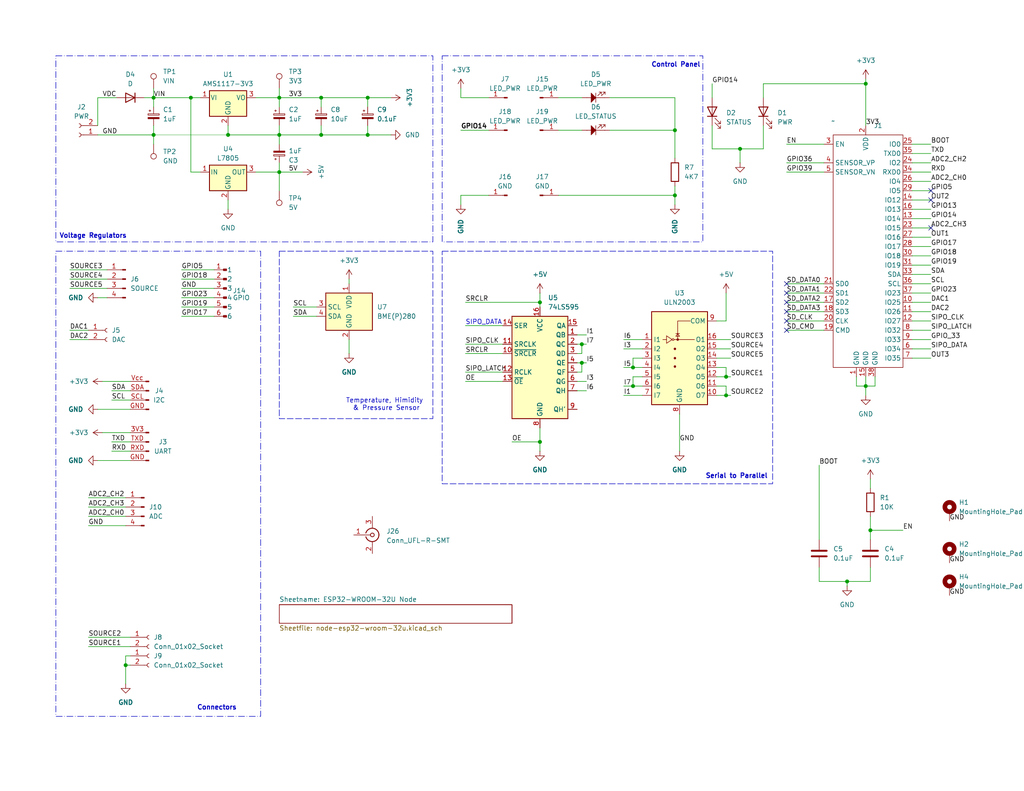
<source format=kicad_sch>
(kicad_sch (version 20231120) (generator "eeschema") (generator_version "8.0")
  (paper "USLetter")
  (title_block (title "ESP32 Sensor Node") (date "2024-07-03") (rev "v2.0") (comment 1 "ESP32-WROOM-32D Adapter"))
  (lib_symbols
    (symbol "+3V3_1" (power) (pin_numbers hide) (pin_names (offset 0) hide)
      (property "Value" "+3V3" (at 0 3.556 0))
      (symbol "+3V3_1_1_1"
        (pin power_in line (at 0 0 90) (length 0) (name "~") (number "1"))
      )
    )
    (symbol "+5V_1" (power) (pin_numbers hide) (pin_names (offset 0) hide)
      (property "Value" "+5V" (at 0 3.556 0))
      (symbol "+5V_1_1_1"
        (pin power_in line (at 0 0 90) (length 0) (name "~") (number "1"))
      )
    )
    (symbol "74xx:74LS595"
      (property "Reference" "U" (at -7.62 13.97 0))
      (property "Value" "74LS595" (at -7.62 -16.51 0))
      (symbol "74LS595_1_0"
        (pin tri_state line (at 10.16 7.62 180) (length 2.54) (name "QB") (number "1"))
        (pin input line (at -10.16 2.54 0) (length 2.54) (name "~{SRCLR}") (number "10"))
        (pin input line (at -10.16 5.08 0) (length 2.54) (name "SRCLK") (number "11"))
        (pin input line (at -10.16 -2.54 0) (length 2.54) (name "RCLK") (number "12"))
        (pin input line (at -10.16 -5.08 0) (length 2.54) (name "~{OE}") (number "13"))
        (pin input line (at -10.16 10.16 0) (length 2.54) (name "SER") (number "14"))
        (pin tri_state line (at 10.16 10.16 180) (length 2.54) (name "QA") (number "15"))
        (pin power_in line (at 0 15.24 270) (length 2.54) (name "VCC") (number "16"))
        (pin tri_state line (at 10.16 5.08 180) (length 2.54) (name "QC") (number "2"))
        (pin tri_state line (at 10.16 2.54 180) (length 2.54) (name "QD") (number "3"))
        (pin tri_state line (at 10.16 0 180) (length 2.54) (name "QE") (number "4"))
        (pin tri_state line (at 10.16 -2.54 180) (length 2.54) (name "QF") (number "5"))
        (pin tri_state line (at 10.16 -5.08 180) (length 2.54) (name "QG") (number "6"))
        (pin tri_state line (at 10.16 -7.62 180) (length 2.54) (name "QH") (number "7"))
        (pin power_in line (at 0 -17.78 90) (length 2.54) (name "GND") (number "8"))
        (pin output line (at 10.16 -12.7 180) (length 2.54) (name "QH'") (number "9"))
      )
    )
    (symbol "Alexander Symbol Library 2:Conn_UFL-R-SMT" (pin_names (offset 1.016) hide)
      (property "Reference" "J" (at -3.81 4.064 0))
      (property "Value" "Conn_UFL-R-SMT" (at 2.921 0 90))
      (symbol "Conn_UFL-R-SMT_1_1"
        (pin passive line (at -5.08 0 0) (length 2.54) (name "SIGNAL") (number "1"))
        (pin passive line (at 0 -5.08 90) (length 2.54) (name "GND") (number "2"))
        (pin passive line (at 0 5.08 270) (length 3.048) (name "GND") (number "3"))
      )
    )
    (symbol "Alexander Symbol Library:BME(P)280"
      (property "Reference" "U" (at -7.62 10.16 0))
      (property "Value" "BME(P)280" (at 5.08 10.16 0))
      (symbol "BME(P)280_1_1"
        (pin power_in line (at -1.27 10.16 270) (length 2.54) (name "VDD") (number "1"))
        (pin power_out line (at -1.27 -5.08 90) (length 2.54) (name "GND") (number "2"))
        (pin input line (at -10.16 3.81 0) (length 2.54) (name "SCL") (number "3"))
        (pin bidirectional line (at -10.16 1.27 0) (length 2.54) (name "SDA") (number "4"))
      )
    )
    (symbol "Alexander_Library_Symbols:Conn_2x3" (pin_names (offset 1.016))
      (property "Reference" "J" (at 0 0 0))
      (symbol "Conn_2x3_1_1"
        (pin bidirectional line (at -2.54 -2.54 0) (length 2.54) (name "1") (number "1"))
        (pin bidirectional line (at -2.54 -5.08 0) (length 2.54) (name "2") (number "2"))
        (pin bidirectional line (at -2.54 -7.62 0) (length 2.54) (name "3") (number "3"))
        (pin bidirectional line (at -2.54 -10.16 0) (length 2.54) (name "4") (number "4"))
        (pin bidirectional line (at -2.54 -12.7 0) (length 2.54) (name "5") (number "5"))
        (pin bidirectional line (at -2.54 -15.24 0) (length 2.54) (name "6") (number "6"))
      )
    )
    (symbol "Alexander_Library_Symbols:Conn_I2C_01x04" (pin_names (offset 1.016) hide)
      (property "Reference" "J" (at 0 5.08 0))
      (property "Value" "I2C" (at 0 -7.62 0))
      (symbol "Conn_I2C_01x04_1_1"
        (pin power_out line (at 5.08 -5.08 180) (length 3.81) (name "GND") (number "GND"))
        (pin bidirectional line (at 5.08 -2.54 180) (length 3.81) (name "SCL") (number "SCL"))
        (pin bidirectional line (at 5.08 0 180) (length 3.81) (name "SDA") (number "SDA"))
        (pin power_in line (at 5.08 2.54 180) (length 3.81) (name "VCC") (number "Vcc"))
      )
    )
    (symbol "Alexander_Library_Symbols:ESP32-WROOM-32D-SOCKET"
      (property "Reference" "J" (at 0 0 0))
      (symbol "ESP32-WROOM-32D-SOCKET_1_1"
        (pin power_out line (at 6.35 -69.85 90) (length 2.54) (name "GND") (number "1"))
        (pin bidirectional line (at 21.59 -49.53 180) (length 2.54) (name "IO25") (number "10"))
        (pin bidirectional line (at 21.59 -52.07 180) (length 2.54) (name "IO26") (number "11"))
        (pin bidirectional line (at 21.59 -54.61 180) (length 2.54) (name "IO27") (number "12"))
        (pin bidirectional line (at 21.59 -26.67 180) (length 2.54) (name "IO14") (number "13"))
        (pin bidirectional line (at 21.59 -21.59 180) (length 2.54) (name "IO12") (number "14"))
        (pin power_out line (at 8.89 -69.85 90) (length 2.54) (name "GND") (number "15"))
        (pin bidirectional line (at 21.59 -24.13 180) (length 2.54) (name "IO13") (number "16"))
        (pin input line (at -2.54 -49.53 0) (length 2.54) (name "SD2") (number "17"))
        (pin input line (at -2.54 -52.07 0) (length 2.54) (name "SD3") (number "18"))
        (pin input line (at -2.54 -57.15 0) (length 2.54) (name "CMD") (number "19"))
        (pin power_in line (at 8.89 -1.27 270) (length 2.54) (name "VDD") (number "2"))
        (pin input line (at -2.54 -54.61 0) (length 2.54) (name "CLK") (number "20"))
        (pin input line (at -2.54 -44.45 0) (length 2.54) (name "SD0") (number "21"))
        (pin input line (at -2.54 -46.99 0) (length 2.54) (name "SD1") (number "22"))
        (pin bidirectional line (at 21.59 -29.21 180) (length 2.54) (name "IO15") (number "23"))
        (pin bidirectional line (at 21.59 -11.43 180) (length 2.54) (name "IO2") (number "24"))
        (pin bidirectional line (at 21.59 -6.35 180) (length 2.54) (name "IO0") (number "25"))
        (pin bidirectional line (at 21.59 -16.51 180) (length 2.54) (name "IO4") (number "26"))
        (pin bidirectional line (at 21.59 -31.75 180) (length 2.54) (name "IO16") (number "27"))
        (pin bidirectional line (at 21.59 -34.29 180) (length 2.54) (name "IO17") (number "28"))
        (pin bidirectional line (at 21.59 -19.05 180) (length 2.54) (name "IO5") (number "29"))
        (pin input line (at -2.54 -6.35 0) (length 2.54) (name "EN") (number "3"))
        (pin bidirectional line (at 21.59 -36.83 180) (length 2.54) (name "IO18") (number "30"))
        (pin bidirectional line (at 21.59 -39.37 180) (length 2.54) (name "IO19") (number "31"))
        (pin bidirectional line (at 21.59 -41.91 180) (length 2.54) (name "SDA") (number "33"))
        (pin input line (at 21.59 -13.97 180) (length 2.54) (name "RXD0") (number "34"))
        (pin output line (at 21.59 -8.89 180) (length 2.54) (name "TXD0") (number "35"))
        (pin bidirectional line (at 21.59 -44.45 180) (length 2.54) (name "SCL") (number "36"))
        (pin bidirectional line (at 21.59 -46.99 180) (length 2.54) (name "IO23") (number "37"))
        (pin power_out line (at 11.43 -69.85 90) (length 2.54) (name "GND") (number "38"))
        (pin input line (at -2.54 -11.43 0) (length 2.54) (name "SENSOR_VP") (number "4"))
        (pin input line (at -2.54 -13.97 0) (length 2.54) (name "SENSOR_VN") (number "5"))
        (pin bidirectional line (at 21.59 -62.23 180) (length 2.54) (name "IO34") (number "6"))
        (pin bidirectional line (at 21.59 -64.77 180) (length 2.54) (name "IO35") (number "7"))
        (pin bidirectional line (at 21.59 -57.15 180) (length 2.54) (name "IO32") (number "8"))
        (pin bidirectional line (at 21.59 -59.69 180) (length 2.54) (name "IO33") (number "9"))
      )
    )
    (symbol "Conn_UART_1" (pin_names (offset 1.016) hide)
      (property "Reference" "J" (at 1.27 3.81 0))
      (property "Value" "UART" (at 2.54 -10.16 0))
      (symbol "Conn_UART_1_1_1"
        (pin power_in line (at 5.08 0 180) (length 3.81) (name "3V3") (number "3V3"))
        (pin power_out line (at 5.08 -7.62 180) (length 3.81) (name "GND") (number "GND"))
        (pin input line (at 5.08 -5.08 180) (length 3.81) (name "RXD") (number "RXD"))
        (pin output line (at 5.08 -2.54 180) (length 3.81) (name "TXD") (number "TXD"))
      )
    )
    (symbol "Connector:Conn_01x01_Pin" (pin_names (offset 1.016) hide)
      (property "Reference" "J" (at 0 2.54 0))
      (property "Value" "Conn_01x01_Pin" (at 0 -2.54 0))
      (symbol "Conn_01x01_Pin_1_1"
        (pin passive line (at 5.08 0 180) (length 3.81) (name "Pin_1") (number "1"))
      )
    )
    (symbol "Connector:Conn_01x02_Socket" (pin_names (offset 1.016) hide)
      (property "Reference" "J" (at 0 2.54 0))
      (property "Value" "Conn_01x02_Socket" (at 0 -5.08 0))
      (symbol "Conn_01x02_Socket_1_1"
        (pin passive line (at -5.08 0 0) (length 3.81) (name "Pin_1") (number "1"))
        (pin passive line (at -5.08 -2.54 0) (length 3.81) (name "Pin_2") (number "2"))
      )
    )
    (symbol "Connector:Conn_01x04_Pin" (pin_names (offset 1.016) hide)
      (property "Reference" "J" (at 0 5.08 0))
      (property "Value" "I2C" (at 0 -7.62 0))
      (symbol "Conn_01x04_Pin_1_1"
        (pin passive line (at 5.08 2.54 180) (length 3.81) (name "Pin_1") (number "1"))
        (pin passive line (at 5.08 0 180) (length 3.81) (name "Pin_2") (number "2"))
        (pin passive line (at 5.08 -2.54 180) (length 3.81) (name "Pin_3") (number "3"))
        (pin passive line (at 5.08 -5.08 180) (length 3.81) (name "Pin_4") (number "4"))
      )
    )
    (symbol "Connector:TestPoint" (pin_numbers hide) (pin_names (offset 0.762) hide)
      (property "Reference" "TP" (at 0 6.858 0))
      (property "Value" "TestPoint" (at 0 5.08 0))
      (symbol "TestPoint_1_1"
        (pin passive line (at 0 0 90) (length 2.54) (name "1") (number "1"))
      )
    )
    (symbol "Device:C" (pin_numbers hide) (pin_names (offset 0.254))
      (property "Reference" "C" (at 0.635 2.54 0))
      (property "Value" "C" (at 0.635 -2.54 0))
      (symbol "C_1_1"
        (pin passive line (at 0 3.81 270) (length 2.794) (name "~") (number "1"))
        (pin passive line (at 0 -3.81 90) (length 2.794) (name "~") (number "2"))
      )
    )
    (symbol "Device:C_Polarized_Small" (pin_numbers hide) (pin_names (offset 0.254) hide)
      (property "Reference" "C" (at 0.254 1.778 0))
      (property "Value" "C_Polarized_Small" (at 0.254 -2.032 0))
      (symbol "C_Polarized_Small_1_1"
        (pin passive line (at 0 2.54 270) (length 1.8542) (name "~") (number "1"))
        (pin passive line (at 0 -2.54 90) (length 1.8542) (name "~") (number "2"))
      )
    )
    (symbol "Device:D" (pin_numbers hide) (pin_names (offset 1.016) hide)
      (property "Reference" "D" (at 0 2.54 0))
      (property "Value" "D" (at 0 -2.54 0))
      (symbol "D_1_1"
        (pin passive line (at -3.81 0 0) (length 2.54) (name "K") (number "1"))
        (pin passive line (at 3.81 0 180) (length 2.54) (name "A") (number "2"))
      )
    )
    (symbol "Device:LED" (pin_numbers hide) (pin_names (offset 1.016) hide)
      (property "Reference" "D" (at 0 2.54 0))
      (property "Value" "LED" (at 0 -2.54 0))
      (symbol "LED_1_1"
        (pin passive line (at -3.81 0 0) (length 2.54) (name "K") (number "1"))
        (pin passive line (at 3.81 0 180) (length 2.54) (name "A") (number "2"))
      )
    )
    (symbol "Device:R" (pin_numbers hide) (pin_names (offset 0))
      (property "Reference" "R" (at 2.032 0 90))
      (property "Value" "R" (at 0 0 90))
      (symbol "R_1_1"
        (pin passive line (at 0 3.81 270) (length 1.27) (name "~") (number "1"))
        (pin passive line (at 0 -3.81 90) (length 1.27) (name "~") (number "2"))
      )
    )
    (symbol "GND_1" (power) (pin_numbers hide) (pin_names (offset 0) hide)
      (property "Value" "GND" (at 0 -3.81 0))
      (symbol "GND_1_1_1"
        (pin power_in line (at 0 0 270) (length 0) (name "~") (number "1"))
      )
    )
    (symbol "GND_3" (power) (pin_numbers hide) (pin_names (offset 0) hide)
      (property "Value" "GND" (at 0 -3.81 0))
      (symbol "GND_3_1_1"
        (pin power_in line (at 0 0 270) (length 0) (name "~") (number "1"))
      )
    )
    (symbol "GND_4" (power) (pin_numbers hide) (pin_names (offset 0) hide)
      (property "Value" "GND" (at 0 -3.81 0))
      (symbol "GND_4_1_1"
        (pin power_in line (at 0 0 270) (length 0) (name "~") (number "1"))
      )
    )
    (symbol "GND_5" (power) (pin_numbers hide) (pin_names (offset 0) hide)
      (property "Value" "GND" (at 0 -3.81 0))
      (symbol "GND_5_1_1"
        (pin power_in line (at 0 0 270) (length 0) (name "~") (number "1"))
      )
    )
    (symbol "Mechanical:MountingHole_Pad" (pin_numbers hide) (pin_names (offset 1.016) hide)
      (property "Reference" "H" (at 0 6.35 0))
      (property "Value" "MountingHole_Pad" (at 0 4.445 0))
      (symbol "MountingHole_Pad_1_1"
        (pin input line (at 0 -2.54 90) (length 2.54) (name "1") (number "1"))
      )
    )
    (symbol "PCM_SL_Devices:LED_5mm"
      (property "Reference" "D" (at -0.508 5.334 0))
      (property "Value" "LED_5mm" (at -0.508 2.794 0))
      (symbol "LED_5mm_1_1"
        (pin passive line (at 3.81 0 180) (length 1.5) (name "~") (number "1"))
        (pin passive line (at -3.81 0 0) (length 1.5) (name "") (number "2"))
      )
    )
    (symbol "Regulator_Linear:L7805" (pin_names (offset 0.254))
      (property "Reference" "U4" (at 0 6.35 0))
      (property "Value" "L7805" (at 0 3.81 0))
      (symbol "L7805_1_1"
        (pin power_in line (at -7.62 0 0) (length 2.54) (name "IN") (number "1"))
        (pin power_in line (at 0 -7.62 90) (length 2.54) (name "GND") (number "2"))
        (pin power_out line (at 7.62 0 180) (length 2.54) (name "OUT") (number "3"))
      )
    )
    (symbol "Regulator_Linear:LM78M05_TO220" (pin_names (offset 0.254))
      (property "Reference" "U" (at -3.81 3.175 0))
      (property "Value" "LM78M05_TO220" (at 0 3.175 0))
      (symbol "LM78M05_TO220_1_1"
        (pin power_in line (at -7.62 0 0) (length 2.54) (name "VI") (number "1"))
        (pin power_in line (at 0 -7.62 90) (length 2.54) (name "GND") (number "2"))
        (pin power_out line (at 7.62 0 180) (length 2.54) (name "VO") (number "3"))
      )
    )
    (symbol "Transistor_Array:ULN2003"
      (property "Reference" "U" (at 0 15.875 0))
      (property "Value" "ULN2003" (at 0 13.97 0))
      (symbol "ULN2003_1_1"
        (pin input line (at -10.16 5.08 0) (length 2.54) (name "I1") (number "1"))
        (pin open_collector line (at 10.16 -10.16 180) (length 2.54) (name "O7") (number "10"))
        (pin open_collector line (at 10.16 -7.62 180) (length 2.54) (name "O6") (number "11"))
        (pin open_collector line (at 10.16 -5.08 180) (length 2.54) (name "O5") (number "12"))
        (pin open_collector line (at 10.16 -2.54 180) (length 2.54) (name "O4") (number "13"))
        (pin open_collector line (at 10.16 0 180) (length 2.54) (name "O3") (number "14"))
        (pin open_collector line (at 10.16 2.54 180) (length 2.54) (name "O2") (number "15"))
        (pin open_collector line (at 10.16 5.08 180) (length 2.54) (name "O1") (number "16"))
        (pin input line (at -10.16 2.54 0) (length 2.54) (name "I2") (number "2"))
        (pin input line (at -10.16 0 0) (length 2.54) (name "I3") (number "3"))
        (pin input line (at -10.16 -2.54 0) (length 2.54) (name "I4") (number "4"))
        (pin input line (at -10.16 -5.08 0) (length 2.54) (name "I5") (number "5"))
        (pin input line (at -10.16 -7.62 0) (length 2.54) (name "I6") (number "6"))
        (pin input line (at -10.16 -10.16 0) (length 2.54) (name "I7") (number "7"))
        (pin power_in line (at 0 -15.24 90) (length 2.54) (name "GND") (number "8"))
        (pin passive line (at 10.16 10.16 180) (length 2.54) (name "COM") (number "9"))
      )
    )
    (symbol "power:+3V3" (power) (pin_names (offset 0))
      (property "Value" "+3V3" (at 0 3.556 0))
      (symbol "+3V3_1_1"
        (pin power_in line (at 0 0 90) (length 0) hide (name "+3V3") (number "1"))
      )
    )
    (symbol "power:+5V" (power) (pin_names (offset 0))
      (property "Value" "+5V" (at 0 3.556 0))
      (symbol "+5V_1_1"
        (pin power_in line (at 0 0 90) (length 0) hide (name "+5V") (number "1"))
      )
    )
    (symbol "power:GND" (power) (pin_names (offset 0))
      (property "Value" "GND" (at 0 -3.81 0))
      (symbol "GND_1_1"
        (pin power_in line (at 0 0 270) (length 0) hide (name "GND") (number "1"))
      )
    )
  )
  (junction (at 361.95 172.72))
  (junction (at 147.32 120.65))
  (junction (at 87.63 26.67))
  (junction (at 62.23 36.83))
  (junction (at 198.12 102.87))
  (junction (at 76.2 36.83))
  (junction (at 184.15 35.56))
  (junction (at 198.12 107.95))
  (junction (at 172.72 105.41))
  (junction (at 100.33 36.83))
  (junction (at 361.95 149.86))
  (junction (at 361.95 165.1))
  (junction (at 361.95 157.48))
  (junction (at 41.91 36.83))
  (junction (at 52.07 26.67))
  (junction (at 76.2 46.99))
  (junction (at 158.75 93.98))
  (junction (at 236.22 105.41))
  (junction (at 158.75 99.06))
  (junction (at 237.49 144.78))
  (junction (at 100.33 26.67))
  (junction (at 76.2 26.67))
  (junction (at 361.95 161.29))
  (junction (at 41.91 26.67))
  (junction (at 87.63 36.83))
  (junction (at 147.32 82.55))
  (junction (at 184.15 53.34))
  (junction (at 231.14 158.75))
  (junction (at 236.22 22.86))
  (junction (at 201.93 40.64))
  (junction (at 361.95 168.91))
  (junction (at 361.95 153.67))
  (junction (at 172.72 100.33))
  (junction (at 34.29 181.61))
  (no_connect (at 214.63 82.55))
  (no_connect (at 214.63 90.17))
  (no_connect (at 214.63 85.09))
  (no_connect (at 254 52.07))
  (no_connect (at 254 62.23))
  (no_connect (at 254 54.61))
  (no_connect (at 214.63 80.01))
  (no_connect (at 214.63 87.63))
  (no_connect (at 214.63 77.47))
  (wire (pts (xy 158.75 99.06) (xy 158.75 101.6)))
  (wire (pts (xy 248.92 44.45) (xy 254 44.45)))
  (wire (pts (xy 62.23 54.61) (xy 62.23 57.15)))
  (wire (pts (xy 52.07 26.67) (xy 54.61 26.67)))
  (wire (pts (xy 354.33 168.91) (xy 361.95 168.91)))
  (wire (pts (xy 157.48 99.06) (xy 158.75 99.06)))
  (wire (pts (xy 214.63 87.63) (xy 224.79 87.63)))
  (wire (pts (xy 34.29 179.07) (xy 34.29 181.61)))
  (wire (pts (xy 30.48 109.22) (xy 35.56 109.22)))
  (wire (pts (xy 195.58 107.95) (xy 198.12 107.95)))
  (wire (pts (xy 41.91 36.83) (xy 62.23 36.83)) (stroke (width 0.0254)))
  (wire (pts (xy 147.32 116.84) (xy 147.32 120.65)))
  (wire (pts (xy 127 93.98) (xy 137.16 93.98)))
  (wire (pts (xy 339.09 153.67) (xy 346.71 153.67)))
  (wire (pts (xy 184.15 26.67) (xy 184.15 35.56)))
  (wire (pts (xy 354.33 157.48) (xy 361.95 157.48)))
  (wire (pts (xy 184.15 50.8) (xy 184.15 53.34)))
  (wire (pts (xy 24.13 173.99) (xy 35.56 173.99)))
  (wire (pts (xy 223.52 158.75) (xy 231.14 158.75)))
  (wire (pts (xy 361.95 172.72) (xy 361.95 176.53)))
  (wire (pts (xy 41.91 26.67) (xy 52.07 26.67)))
  (wire (pts (xy 248.92 49.53) (xy 254 49.53)))
  (wire (pts (xy 201.93 40.64) (xy 208.28 40.64)))
  (wire (pts (xy 354.33 153.67) (xy 361.95 153.67)))
  (wire (pts (xy 214.63 85.09) (xy 224.79 85.09)))
  (wire (pts (xy 54.61 46.99) (xy 52.07 46.99)))
  (wire (pts (xy 30.48 120.65) (xy 35.56 120.65)))
  (wire (pts (xy 24.13 140.97) (xy 34.29 140.97)))
  (wire (pts (xy 127 96.52) (xy 137.16 96.52)))
  (wire (pts (xy 236.22 21.59) (xy 236.22 22.86)))
  (wire (pts (xy 248.92 64.77) (xy 254 64.77)))
  (wire (pts (xy 172.72 100.33) (xy 175.26 100.33)))
  (wire (pts (xy 172.72 105.41) (xy 175.26 105.41)))
  (wire (pts (xy 248.92 67.31) (xy 254 67.31)))
  (wire (pts (xy 27.94 104.14) (xy 35.56 104.14)))
  (wire (pts (xy 198.12 107.95) (xy 199.39 107.95)))
  (wire (pts (xy 339.09 161.29) (xy 346.71 161.29)))
  (wire (pts (xy 170.18 92.71) (xy 175.26 92.71)))
  (wire (pts (xy 62.23 34.29) (xy 62.23 36.83)))
  (wire (pts (xy 100.33 36.83) (xy 106.68 36.83)))
  (wire (pts (xy 195.58 92.71) (xy 199.39 92.71)))
  (wire (pts (xy 29.21 78.74) (xy 19.05 78.74)))
  (wire (pts (xy 233.68 105.41) (xy 236.22 105.41)))
  (wire (pts (xy 158.75 93.98) (xy 160.02 93.98)))
  (wire (pts (xy 125.73 26.67) (xy 125.73 24.13)))
  (wire (pts (xy 76.2 34.29) (xy 76.2 36.83)))
  (wire (pts (xy 29.21 73.66) (xy 19.05 73.66)))
  (wire (pts (xy 248.92 39.37) (xy 254 39.37)))
  (wire (pts (xy 87.63 26.67) (xy 87.63 29.21)))
  (wire (pts (xy 49.53 81.28) (xy 58.42 81.28)))
  (wire (pts (xy 361.95 153.67) (xy 361.95 157.48)))
  (wire (pts (xy 198.12 87.63) (xy 195.58 87.63)))
  (wire (pts (xy 194.31 22.86) (xy 194.31 26.67)))
  (wire (pts (xy 49.53 83.82) (xy 58.42 83.82)))
  (wire (pts (xy 195.58 105.41) (xy 198.12 105.41)))
  (wire (pts (xy 26.67 81.28) (xy 29.21 81.28)))
  (wire (pts (xy 147.32 82.55) (xy 147.32 83.82)))
  (wire (pts (xy 361.95 161.29) (xy 361.95 165.1)))
  (wire (pts (xy 361.95 149.86) (xy 361.95 153.67)))
  (wire (pts (xy 125.73 53.34) (xy 125.73 55.88)))
  (wire (pts (xy 224.79 39.37) (xy 214.63 39.37)))
  (wire (pts (xy 166.37 35.56) (xy 184.15 35.56)))
  (wire (pts (xy 133.35 26.67) (xy 125.73 26.67)))
  (wire (pts (xy 147.32 80.01) (xy 147.32 82.55)))
  (wire (pts (xy 26.67 26.67) (xy 31.75 26.67)))
  (wire (pts (xy 233.68 102.87) (xy 233.68 105.41)))
  (wire (pts (xy 354.33 165.1) (xy 361.95 165.1)))
  (wire (pts (xy 41.91 39.37) (xy 41.91 36.83)))
  (wire (pts (xy 19.05 90.17) (xy 24.13 90.17)))
  (wire (pts (xy 214.63 46.99) (xy 224.79 46.99)))
  (wire (pts (xy 49.53 76.2) (xy 58.42 76.2)))
  (wire (pts (xy 34.29 181.61) (xy 35.56 181.61)))
  (wire (pts (xy 27.94 118.11) (xy 35.56 118.11)))
  (wire (pts (xy 41.91 26.67) (xy 41.91 29.21)))
  (wire (pts (xy 237.49 140.97) (xy 237.49 144.78)))
  (wire (pts (xy 237.49 144.78) (xy 246.38 144.78)))
  (wire (pts (xy 198.12 100.33) (xy 198.12 102.87)))
  (wire (pts (xy 248.92 92.71) (xy 254 92.71)))
  (wire (pts (xy 41.91 34.29) (xy 41.91 36.83)))
  (wire (pts (xy 201.93 44.45) (xy 201.93 40.64)))
  (wire (pts (xy 152.4 35.56) (xy 158.75 35.56)))
  (wire (pts (xy 214.63 80.01) (xy 224.79 80.01)))
  (wire (pts (xy 198.12 80.01) (xy 198.12 87.63)))
  (wire (pts (xy 24.13 176.53) (xy 35.56 176.53)))
  (wire (pts (xy 214.63 77.47) (xy 224.79 77.47)))
  (wire (pts (xy 157.48 96.52) (xy 158.75 96.52)))
  (wire (pts (xy 157.48 104.14) (xy 160.02 104.14)))
  (wire (pts (xy 208.28 34.29) (xy 208.28 40.64)))
  (wire (pts (xy 52.07 26.67) (xy 52.07 46.99)))
  (wire (pts (xy 248.92 87.63) (xy 254 87.63)))
  (wire (pts (xy 35.56 179.07) (xy 34.29 179.07)))
  (wire (pts (xy 76.2 46.99) (xy 82.55 46.99)))
  (wire (pts (xy 41.91 24.13) (xy 41.91 26.67)))
  (wire (pts (xy 76.2 36.83) (xy 87.63 36.83)))
  (wire (pts (xy 354.33 161.29) (xy 361.95 161.29)))
  (wire (pts (xy 248.92 90.17) (xy 254 90.17)))
  (wire (pts (xy 152.4 26.67) (xy 158.75 26.67)))
  (wire (pts (xy 195.58 97.79) (xy 199.39 97.79)))
  (wire (pts (xy 248.92 80.01) (xy 254 80.01)))
  (wire (pts (xy 237.49 154.94) (xy 237.49 158.75)))
  (wire (pts (xy 208.28 22.86) (xy 208.28 26.67)))
  (wire (pts (xy 127 88.9) (xy 137.16 88.9)))
  (wire (pts (xy 80.01 86.36) (xy 86.36 86.36)))
  (wire (pts (xy 195.58 100.33) (xy 198.12 100.33)))
  (wire (pts (xy 35.56 111.76) (xy 26.67 111.76)))
  (wire (pts (xy 195.58 95.25) (xy 199.39 95.25)))
  (wire (pts (xy 30.48 123.19) (xy 35.56 123.19)))
  (wire (pts (xy 125.73 35.56) (xy 133.35 35.56)))
  (wire (pts (xy 87.63 26.67) (xy 100.33 26.67)))
  (wire (pts (xy 361.95 146.05) (xy 361.95 149.86)))
  (wire (pts (xy 194.31 40.64) (xy 201.93 40.64)))
  (wire (pts (xy 76.2 36.83) (xy 76.2 39.37)))
  (wire (pts (xy 248.92 41.91) (xy 254 41.91)))
  (wire (pts (xy 248.92 85.09) (xy 254 85.09)))
  (wire (pts (xy 237.49 144.78) (xy 237.49 147.32)))
  (wire (pts (xy 194.31 34.29) (xy 194.31 40.64)))
  (wire (pts (xy 147.32 120.65) (xy 147.32 123.19)))
  (wire (pts (xy 100.33 26.67) (xy 100.33 29.21)))
  (wire (pts (xy 354.33 172.72) (xy 361.95 172.72)))
  (wire (pts (xy 62.23 36.83) (xy 76.2 36.83)))
  (wire (pts (xy 248.92 72.39) (xy 254 72.39)))
  (wire (pts (xy 214.63 90.17) (xy 224.79 90.17)))
  (wire (pts (xy 76.2 29.21) (xy 76.2 26.67)))
  (wire (pts (xy 236.22 22.86) (xy 236.22 34.29)))
  (wire (pts (xy 80.01 83.82) (xy 86.36 83.82)))
  (wire (pts (xy 248.92 46.99) (xy 254 46.99)))
  (wire (pts (xy 76.2 46.99) (xy 76.2 52.07)))
  (wire (pts (xy 170.18 105.41) (xy 172.72 105.41)))
  (wire (pts (xy 339.09 168.91) (xy 346.71 168.91)))
  (wire (pts (xy 248.92 57.15) (xy 254 57.15)))
  (wire (pts (xy 248.92 74.93) (xy 254 74.93)))
  (wire (pts (xy 26.67 36.83) (xy 41.91 36.83)))
  (wire (pts (xy 24.13 138.43) (xy 34.29 138.43)))
  (wire (pts (xy 125.73 53.34) (xy 133.35 53.34)))
  (wire (pts (xy 170.18 107.95) (xy 175.26 107.95)))
  (wire (pts (xy 339.09 149.86) (xy 346.71 149.86)))
  (wire (pts (xy 214.63 44.45) (xy 224.79 44.45)))
  (wire (pts (xy 157.48 91.44) (xy 160.02 91.44)))
  (wire (pts (xy 35.56 125.73) (xy 26.67 125.73)))
  (wire (pts (xy 339.09 157.48) (xy 346.71 157.48)))
  (wire (pts (xy 248.92 62.23) (xy 254 62.23)))
  (wire (pts (xy 100.33 34.29) (xy 100.33 36.83)))
  (wire (pts (xy 95.25 76.2) (xy 95.25 77.47)))
  (wire (pts (xy 49.53 86.36) (xy 58.42 86.36)))
  (wire (pts (xy 236.22 105.41) (xy 236.22 107.95)))
  (wire (pts (xy 248.92 54.61) (xy 254 54.61)))
  (wire (pts (xy 248.92 82.55) (xy 254 82.55)))
  (wire (pts (xy 361.95 168.91) (xy 361.95 172.72)))
  (wire (pts (xy 248.92 97.79) (xy 254 97.79)))
  (wire (pts (xy 76.2 44.45) (xy 76.2 46.99)))
  (wire (pts (xy 170.18 95.25) (xy 175.26 95.25)))
  (wire (pts (xy 127 101.6) (xy 137.16 101.6)))
  (wire (pts (xy 223.52 127) (xy 223.52 147.32)))
  (wire (pts (xy 339.09 172.72) (xy 346.71 172.72)))
  (wire (pts (xy 184.15 53.34) (xy 184.15 55.88)))
  (wire (pts (xy 198.12 105.41) (xy 198.12 107.95)))
  (wire (pts (xy 69.85 46.99) (xy 76.2 46.99)))
  (wire (pts (xy 69.85 26.67) (xy 76.2 26.67)))
  (wire (pts (xy 19.05 92.71) (xy 24.13 92.71)))
  (wire (pts (xy 34.29 181.61) (xy 34.29 186.69)))
  (wire (pts (xy 127 82.55) (xy 147.32 82.55)))
  (wire (pts (xy 238.76 105.41) (xy 236.22 105.41)))
  (wire (pts (xy 198.12 102.87) (xy 199.39 102.87)))
  (wire (pts (xy 248.92 52.07) (xy 254 52.07)))
  (wire (pts (xy 157.48 93.98) (xy 158.75 93.98)))
  (wire (pts (xy 248.92 95.25) (xy 254 95.25)))
  (wire (pts (xy 238.76 102.87) (xy 238.76 105.41)))
  (wire (pts (xy 354.33 146.05) (xy 361.95 146.05)))
  (wire (pts (xy 354.33 149.86) (xy 361.95 149.86)))
  (wire (pts (xy 34.29 135.89) (xy 24.13 135.89)))
  (wire (pts (xy 184.15 35.56) (xy 184.15 43.18)))
  (wire (pts (xy 139.7 120.65) (xy 147.32 120.65)))
  (wire (pts (xy 248.92 69.85) (xy 254 69.85)))
  (wire (pts (xy 76.2 24.13) (xy 76.2 26.67)))
  (wire (pts (xy 175.26 102.87) (xy 172.72 102.87)))
  (wire (pts (xy 248.92 59.69) (xy 254 59.69)))
  (wire (pts (xy 175.26 97.79) (xy 172.72 97.79)))
  (wire (pts (xy 237.49 130.81) (xy 237.49 133.35)))
  (wire (pts (xy 170.18 100.33) (xy 172.72 100.33)))
  (wire (pts (xy 87.63 34.29) (xy 87.63 36.83)))
  (wire (pts (xy 49.53 73.66) (xy 58.42 73.66)))
  (wire (pts (xy 30.48 106.68) (xy 35.56 106.68)))
  (wire (pts (xy 248.92 77.47) (xy 254 77.47)))
  (wire (pts (xy 26.67 26.67) (xy 26.67 34.29)))
  (wire (pts (xy 152.4 53.34) (xy 184.15 53.34)))
  (wire (pts (xy 231.14 158.75) (xy 231.14 160.02)))
  (wire (pts (xy 24.13 143.51) (xy 34.29 143.51)))
  (wire (pts (xy 214.63 82.55) (xy 224.79 82.55)))
  (wire (pts (xy 339.09 165.1) (xy 346.71 165.1)))
  (wire (pts (xy 172.72 97.79) (xy 172.72 100.33)))
  (wire (pts (xy 157.48 101.6) (xy 158.75 101.6)))
  (wire (pts (xy 157.48 106.68) (xy 160.02 106.68)))
  (wire (pts (xy 95.25 92.71) (xy 95.25 96.52)))
  (wire (pts (xy 361.95 157.48) (xy 361.95 161.29)))
  (wire (pts (xy 223.52 154.94) (xy 223.52 158.75)))
  (wire (pts (xy 195.58 102.87) (xy 198.12 102.87)))
  (wire (pts (xy 185.42 113.03) (xy 185.42 123.19)))
  (wire (pts (xy 76.2 26.67) (xy 87.63 26.67)))
  (wire (pts (xy 49.53 78.74) (xy 58.42 78.74)))
  (wire (pts (xy 29.21 76.2) (xy 19.05 76.2)))
  (wire (pts (xy 231.14 158.75) (xy 237.49 158.75)))
  (wire (pts (xy 208.28 22.86) (xy 236.22 22.86)))
  (wire (pts (xy 158.75 99.06) (xy 160.02 99.06)))
  (wire (pts (xy 172.72 102.87) (xy 172.72 105.41)))
  (wire (pts (xy 236.22 102.87) (xy 236.22 105.41)))
  (wire (pts (xy 361.95 165.1) (xy 361.95 168.91)))
  (wire (pts (xy 158.75 96.52) (xy 158.75 93.98)))
  (wire (pts (xy 346.71 146.05) (xy 339.09 146.05)))
  (wire (pts (xy 166.37 26.67) (xy 184.15 26.67)))
  (wire (pts (xy 87.63 36.83) (xy 100.33 36.83)))
  (wire (pts (xy 100.33 26.67) (xy 106.68 26.67)))
  (wire (pts (xy 39.37 26.67) (xy 41.91 26.67)))
  (wire (pts (xy 127 104.14) (xy 137.16 104.14)))
  (rectangle (start 120.65 68.58) (end 210.82 132.08) (stroke (width 0) (type dash)))
  (rectangle (start 15.24 68.58) (end 71.12 195.58) (stroke (width 0) (type dash_dot)))
  (rectangle (start 76.2 68.58) (end 118.11 114.3) (stroke (width 0) (type dash)))
  (rectangle (start 120.65 15.24) (end 191.77 66.04) (stroke (width 0) (type dash_dot)))
  (rectangle (start 15.24 15.24) (end 118.11 66.04) (stroke (width 0) (type dash_dot)))
  (text "Voltage Regulators" (at 25.4 63.754 0) (effects (font (size 1.27 1.27) (thickness 0.254) (bold yes)) (justify top)))
  (text "Control Panel " (at 184.912 17.78 0) (effects (font (size 1.27 1.27) (thickness 0.254) (bold yes))))
  (text "Connectors\n" (at 59.182 193.294 0) (effects (font (size 1.27 1.27) (thickness 0.254) (bold yes))))
  (text "Serial to Parallel" (at 209.55 130.81 0) (effects (font (size 1.27 1.27) (bold yes)) (justify right bottom)))
  (text "Temperature, Himidity \n& Pressure Sensor" (at 105.41 110.49 0) (effects (font (size 1.27 1.27))))
  (label "SIPO_DATA" (at 254 95.25 0))
  (label "SOURCE5" (at 199.39 97.79 0))
  (label "GND" (at 259.08 142.24 0))
  (label "SOURCE3" (at 19.05 73.66 0))
  (label "SOURCE4" (at 19.05 76.2 0))
  (label "SD_DATA1" (at 214.63 80.01 0))
  (label "SOURCE1" (at 24.13 176.53 0))
  (label "I7" (at 160.02 93.98 0))
  (label "GPIO5" (at 254 52.07 0))
  (label "SOURCE5" (at 19.05 78.74 0))
  (label "ADC2_CH2" (at 254 44.45 0))
  (label "OUT1" (at 254 64.77 0))
  (label "GPIO_33" (at 254 92.71 0))
  (label "I3" (at 160.02 104.14 0))
  (label "OUT2" (at 254 54.61 0))
  (label "SD_DATA0" (at 214.63 77.47 0))
  (label "QB-2" (at 339.09 149.86 180))
  (label "GPIO23" (at 254 80.01 0))
  (label "VDC" (at 27.94 26.67 0))
  (label "GPIO13" (at 254 57.15 0))
  (label "SCL" (at 80.01 83.82 0))
  (label "QD-2" (at 339.09 157.48 180))
  (label "SIPO_CLK" (at 127 93.98 0))
  (label "QF-2" (at 339.09 165.1 180))
  (label "SD_CLK" (at 214.63 87.63 0))
  (label "DAC2" (at 19.05 92.71 0))
  (label "OE" (at 139.7 120.65 0))
  (label "TXD" (at 254 41.91 0))
  (label "I1" (at 170.18 107.95 0))
  (label "BOOT" (at 223.52 127 0))
  (label "ADC2_CH2" (at 24.13 135.89 0))
  (label "SDA" (at 254 74.93 0))
  (label "SD_CMD" (at 214.63 90.17 0))
  (label "ADC2_CH0" (at 24.13 140.97 0))
  (label "SD_DATA3" (at 214.63 85.09 0))
  (label "SIPO_LATCH" (at 127 101.6 0))
  (label "QA-2" (at 339.09 146.05 180))
  (label "I5" (at 160.02 99.06 0))
  (label "GPIO17" (at 254 67.31 0))
  (label "GPIO23" (at 49.53 81.28 0))
  (label "GPIO5" (at 49.53 73.66 0))
  (label "SD_DATA2" (at 214.63 82.55 0))
  (label "GND" (at 24.13 143.51 0))
  (label "EN" (at 246.38 144.78 0))
  (label "SCL" (at 254 77.47 0))
  (label "SIPO_LATCH" (at 254 90.17 0))
  (label "GPIO18" (at 254 69.85 0))
  (label "GPIO14" (at 194.31 22.86 0))
  (label "GPIO14" (at 254 59.69 0))
  (label "RXD" (at 30.48 123.19 0))
  (label "SCL" (at 30.48 109.22 0))
  (label "SIPO_CLK" (at 254 87.63 0))
  (label "GND" (at 49.53 78.74 0))
  (label "I6" (at 170.18 92.71 0))
  (label "3V3" (at 236.22 34.29 0))
  (label "QE-2" (at 339.09 161.29 180))
  (label "ADC2_CH3" (at 254 62.23 0))
  (label "OUT3" (at 254 97.79 0))
  (label "GPIO39" (at 214.63 46.99 0))
  (label "I5" (at 170.18 100.33 0))
  (label "SOURCE1" (at 199.39 102.87 0))
  (label "GND" (at 259.08 153.67 0))
  (label "GPIO17" (at 49.53 86.36 0))
  (label "GPIO18" (at 49.53 76.2 0))
  (label "SOURCE2" (at 199.39 107.95 0))
  (label "BOOT" (at 254 39.37 0))
  (label "SRCLR" (at 127 82.55 0))
  (label "SOURCE3" (at 199.39 92.71 0))
  (label "ADC2_CH0" (at 254 49.53 0))
  (label "5V" (at 78.74 46.99 0))
  (label "ADC2_CH3" (at 24.13 138.43 0))
  (label "GND" (at 259.08 162.56 0))
  (label "VIN" (at 41.91 26.67 0))
  (label "DAC2" (at 254 85.09 0))
  (label "SDA" (at 80.01 86.36 0))
  (label "QH-2" (at 339.09 172.72 180))
  (label "DAC1" (at 254 82.55 0))
  (label "3V3" (at 78.74 26.67 0))
  (label "OE" (at 127 104.14 0))
  (label "SDA" (at 30.48 106.68 0))
  (label "SRCLR" (at 127 96.52 0))
  (label "GPIO19" (at 49.53 83.82 0))
  (label "GPIO36" (at 214.63 44.45 0))
  (label "GPIO19" (at 254 72.39 0))
  (label "I3" (at 170.18 95.25 0))
  (label "GND" (at 27.94 36.83 0))
  (label "I1" (at 160.02 91.44 0))
  (label "DAC1" (at 19.05 90.17 0))
  (label "EN" (at 214.63 39.37 0))
  (label "I6" (at 160.02 106.68 0))
  (label "SIPO_DATA" (at 127 88.9 0))
  (label "QC-2" (at 339.09 153.67 180))
  (label "GND" (at 185.42 120.65 0))
  (label "GPIO14" (at 125.73 35.56 0) (effects (font (bold yes))))
  (label "SOURCE4" (at 199.39 95.25 0))
  (label "I7" (at 170.18 105.41 0))
  (label "TXD" (at 30.48 120.65 0))
  (label "SOURCE2" (at 24.13 173.99 0))
  (label "RXD" (at 254 46.99 0))
  (label "QG-2" (at 339.09 168.91 180))
  (symbol (lib_id "Connector:Conn_01x02_Socket") (at 29.21 90.17 0) (unit 1)
    (property "Reference" "J5" (at 30.48 90.1699 0) (effects (justify left)))
    (property "Value" "DAC" (at 30.48 92.7099 0) (effects (justify left)))
    (property "Footprint" "Connector_PinSocket_2.54mm:PinSocket_1x02_P2.54mm_Vertical" (effects (hide yes)))
  )
  (symbol (lib_id "power:GND") (at 106.68 36.83 90) (unit 1)
    (property "Reference" "#PWR03" (effects (hide yes)))
    (property "Value" "GND" (at 110.49 36.8299 90) (effects (justify right)))
  )
  (symbol (lib_id "Connector:Conn_01x04_Pin") (at 39.37 138.43 0) (mirror y) (unit 1)
    (property "Reference" "J10" (at 40.64 138.4299 0) (effects (justify right)))
    (property "Value" "ADC" (at 40.64 140.9699 0) (effects (justify right)))
    (property "Footprint" "Connector_PinSocket_2.54mm:PinSocket_1x04_P2.54mm_Vertical" (effects (hide yes)))
  )
  (symbol (lib_id "Device:LED") (at 350.52 168.91 180) (unit 1)
    (property "Reference" "D14" (at 352.1075 161.29 0))
    (property "Value" "PWR" (at 352.1075 163.83 0))
    (property "Footprint" "LED_SMD:LED_1210_3225Metric_Pad1.42x2.65mm_HandSolder" (effects (hide yes)))
    (property "Description" "Light emitting diode" (effects (hide yes)))
  )
  (symbol (lib_id "power:+3V3") (at 95.25 76.2 0) (unit 1)
    (property "Reference" "#PWR022" (effects (hide yes)))
    (property "Value" "+3V3" (at 95.25 71.12 0))
  )
  (symbol (lib_id "power:GND") (at 26.67 81.28 270) (unit 1)
    (property "Reference" "#PWR023" (effects (hide yes)))
    (property "Value" "GND" (at 22.86 81.28 90) (effects (font (bold yes)) (justify right)))
  )
  (symbol (lib_id "power:+3V3") (at 27.94 118.11 90) (unit 1)
    (property "Reference" "#PWR06" (effects (hide yes)))
    (property "Value" "+3V3" (at 24.13 118.1099 90) (effects (justify left)))
  )
  (symbol (lib_id "Device:LED") (at 350.52 157.48 180) (unit 1)
    (property "Reference" "D11" (at 352.1075 149.86 0))
    (property "Value" "PWR" (at 352.1075 152.4 0))
    (property "Footprint" "LED_SMD:LED_1210_3225Metric_Pad1.42x2.65mm_HandSolder" (effects (hide yes)))
    (property "Description" "Light emitting diode" (effects (hide yes)))
  )
  (symbol (lib_id "Alexander Symbol Library:BME(P)280") (at 96.52 87.63 0) (unit 1)
    (property "Reference" "U7" (at 102.87 83.8199 0) (effects (justify left)))
    (property "Value" "BME(P)280" (at 102.87 86.3599 0) (effects (justify left)))
    (property "Footprint" "Alexander Footprint Library:BME280_BMP280_I2C" (effects (hide yes)))
    (property "Description" "Absolute Barometric Pressure Sensor" (effects (hide yes)))
  )
  (symbol (lib_id "Device:LED") (at 194.31 30.48 90) (unit 1)
    (property "Reference" "D2" (at 198.12 30.7974 90) (effects (justify right)))
    (property "Value" "STATUS" (at 198.12 33.3374 90) (effects (justify right)))
    (property "Footprint" "LED_SMD:LED_1210_3225Metric_Pad1.42x2.65mm_HandSolder" (effects (hide yes)))
    (property "Description" "Light emitting diode" (effects (hide yes)))
  )
  (symbol (lib_id "Connector:Conn_01x01_Pin") (at 147.32 35.56 0) (mirror x) (unit 1)
    (property "Reference" "J19" (at 147.955 30.48 0))
    (property "Value" "LED_PWR" (at 147.955 33.02 0))
    (property "Footprint" "Alexander Footprint Library:Pad_1x01_P2.54_SMD" (effects (hide yes)))
    (property "Description" "Generic connector, single row, 01x01, script generated" (effects (hide yes)))
  )
  (symbol (lib_id "power:+3V3") (at 27.94 104.14 90) (unit 1)
    (property "Reference" "#PWR08" (effects (hide yes)))
    (property "Value" "+3V3" (at 24.13 104.14 90) (effects (justify left)))
  )
  (symbol (lib_id "power:+5V") (at 198.12 80.01 0) (unit 1)
    (property "Reference" "#PWR012" (effects (hide yes)))
    (property "Value" "+5V" (at 198.12 74.93 0))
  )
  (symbol (lib_id "Device:C_Polarized_Small") (at 87.63 31.75 0) (unit 1)
    (property "Reference" "C8" (at 90.17 29.9338 0) (effects (justify left)))
    (property "Value" "10uF" (at 90.17 32.4738 0) (effects (justify left)))
    (property "Footprint" "Capacitor_SMD:CP_Elec_3x5.3" (effects (hide yes)))
  )
  (symbol (lib_id "Transistor_Array:ULN2003") (at 185.42 97.79 0) (unit 1) (on_board no)
    (property "Reference" "U3" (at 185.42 80.01 0))
    (property "Value" "ULN2003" (at 185.42 82.55 0))
    (property "Footprint" "Package_DIP:DIP-16_W7.62mm" (effects (hide yes)))
    (property "Datasheet" "http://www.ti.com/lit/ds/symlink/uln2003a.pdf" (effects (hide yes)))
  )
  (symbol (lib_id "PCM_SL_Devices:LED_5mm") (at 162.56 26.67 0) (unit 1)
    (property "Reference" "D5" (at 162.56 20.32 0))
    (property "Value" "LED_PWR" (at 162.56 22.86 0))
    (property "Footprint" "LED_THT:LED_D5.0mm" (effects (hide yes)))
    (property "Description" "Common 5mm diameter LED" (effects (hide yes)))
  )
  (symbol (lib_id "Device:LED") (at 350.52 172.72 180) (unit 1)
    (property "Reference" "D15" (at 352.1075 165.1 0))
    (property "Value" "PWR" (at 352.1075 167.64 0))
    (property "Footprint" "LED_SMD:LED_1210_3225Metric_Pad1.42x2.65mm_HandSolder" (effects (hide yes)))
    (property "Description" "Light emitting diode" (effects (hide yes)))
  )
  (symbol (lib_name "Conn_UART_1") (lib_id "Alexander_Library_Symbols:Conn_UART") (at 40.64 118.11 0) (mirror y) (unit 1)
    (property "Reference" "J3" (at 44.45 120.65 0))
    (property "Value" "UART" (at 44.45 123.19 0))
    (property "Footprint" "Alexander Footprints Library:Conn_UART" (effects (hide yes)))
  )
  (symbol (lib_id "Device:C_Polarized_Small") (at 76.2 41.91 0) (mirror x) (unit 1)
    (property "Reference" "C3" (at 78.74 43.7261 0) (effects (justify left)))
    (property "Value" "1uF" (at 78.74 41.1861 0) (effects (justify left)))
    (property "Footprint" "Capacitor_THT:CP_Radial_D4.0mm_P2.00mm" (effects (hide yes)))
  )
  (symbol (lib_id "Device:C_Polarized_Small") (at 41.91 31.75 0) (unit 1)
    (property "Reference" "C1" (at 44.45 29.9339 0) (effects (justify left)))
    (property "Value" "1uF" (at 44.45 32.4739 0) (effects (justify left)))
    (property "Footprint" "Capacitor_THT:CP_Radial_D4.0mm_P2.00mm" (effects (hide yes)))
  )
  (symbol (lib_id "power:GND") (at 26.67 111.76 270) (unit 1)
    (property "Reference" "#PWR09" (effects (hide yes)))
    (property "Value" "GND" (at 22.86 111.76 90) (effects (font (bold yes)) (justify right)))
  )
  (symbol (lib_name "GND_4") (lib_id "power:GND") (at 147.32 123.19 0) (unit 1)
    (property "Reference" "#PWR016" (effects (hide yes)))
    (property "Value" "GND" (at 147.32 128.27 0) (effects (font (bold yes))))
    (property "Description" "Power symbol creates a global label with name \"GND\" , ground" (effects (hide yes)))
  )
  (symbol (lib_id "power:GND") (at 26.67 125.73 270) (unit 1)
    (property "Reference" "#PWR07" (effects (hide yes)))
    (property "Value" "GND" (at 22.86 125.73 90) (effects (font (bold yes)) (justify right)))
  )
  (symbol (lib_id "74xx:74LS595") (at 147.32 99.06 0) (unit 1) (on_board no)
    (property "Reference" "U5" (at 149.5141 81.28 0) (effects (justify left)))
    (property "Value" "74LS595" (at 149.5141 83.82 0) (effects (justify left)))
    (property "Footprint" "Package_DIP:DIP-16_W7.62mm" (effects (hide yes)))
    (property "Datasheet" "http://www.ti.com/lit/gpn/sn74ls595" (effects (hide yes)))
    (property "Description" "8-bit serial in/out Shift Register 3-State Outputs" (effects (hide yes)))
  )
  (symbol (lib_id "Connector:Conn_01x01_Pin") (at 147.32 26.67 0) (mirror x) (unit 1)
    (property "Reference" "J15" (at 147.955 21.59 0))
    (property "Value" "LED_PWR" (at 147.955 24.13 0))
    (property "Footprint" "Alexander Footprint Library:Pad_1x01_P2.54_SMD" (effects (hide yes)))
    (property "Description" "Generic connector, single row, 01x01, script generated" (effects (hide yes)))
  )
  (symbol (lib_id "Mechanical:MountingHole_Pad") (at 259.08 151.13 0) (unit 1)
    (property "Reference" "H2" (at 261.62 148.59 0) (effects (justify left)))
    (property "Value" "MountingHole_Pad" (at 261.62 151.13 0) (effects (justify left)))
    (property "Footprint" "MountingHole:MountingHole_3mm" (effects (hide yes)))
  )
  (symbol (lib_id "power:GND") (at 185.42 123.19 0) (unit 1)
    (property "Reference" "#PWR010" (effects (hide yes)))
    (property "Value" "GND" (at 185.42 128.27 0) (effects (font (bold yes))))
  )
  (symbol (lib_name "GND_3") (lib_id "power:GND") (at 201.93 44.45 0) (unit 1)
    (property "Reference" "#PWR015" (effects (hide yes)))
    (property "Value" "GND" (at 201.93 49.53 0))
    (property "Description" "Power symbol creates a global label with name \"GND\" , ground" (effects (hide yes)))
  )
  (symbol (lib_id "Connector:Conn_01x02_Socket") (at 40.64 179.07 0) (unit 1)
    (property "Reference" "J9" (at 41.91 179.07 0) (effects (justify left)))
    (property "Value" "Conn_01x02_Socket" (at 41.91 181.61 0) (effects (justify left)))
    (property "Footprint" "Alexander Footprints Library:Conn_Terminal_5mm" (effects (hide yes)))
  )
  (symbol (lib_id "Connector:Conn_01x04_Pin") (at 34.29 76.2 0) (mirror y) (unit 1)
    (property "Reference" "J6" (at 35.56 76.1999 0) (effects (justify right)))
    (property "Value" "SOURCE" (at 35.56 78.7399 0) (effects (justify right)))
    (property "Footprint" "Connector_PinSocket_2.54mm:PinSocket_1x04_P2.54mm_Vertical" (effects (hide yes)))
  )
  (symbol (lib_id "power:+3V3") (at 237.49 130.81 0) (unit 1)
    (property "Reference" "#PWR024" (effects (hide yes)))
    (property "Value" "+3V3" (at 237.49 125.73 0))
  )
  (symbol (lib_name "GND_3") (lib_id "power:GND") (at 231.14 160.02 0) (unit 1)
    (property "Reference" "#PWR025" (effects (hide yes)))
    (property "Value" "GND" (at 231.14 165.1 0))
    (property "Description" "Power symbol creates a global label with name \"GND\" , ground" (effects (hide yes)))
  )
  (symbol (lib_id "Device:C") (at 237.49 151.13 0) (unit 1)
    (property "Reference" "C4" (at 241.3 149.8599 0) (effects (justify left)))
    (property "Value" "0.1uF" (at 241.3 152.3999 0) (effects (justify left)))
    (property "Footprint" "Capacitor_SMD:CP_Elec_3x5.3" (effects (hide yes)))
    (property "Description" "Unpolarized capacitor" (effects (hide yes)))
  )
  (symbol (lib_name "GND_1") (lib_id "power:GND") (at 34.29 186.69 0) (unit 1)
    (property "Reference" "#PWR014" (effects (hide yes)))
    (property "Value" "GND" (at 34.29 191.77 0) (effects (font (bold yes))))
    (property "Description" "Power symbol creates a global label with name \"GND\" , ground" (effects (hide yes)))
  )
  (symbol (lib_name "GND_4") (lib_id "power:GND") (at 361.95 176.53 0) (unit 1)
    (property "Reference" "#PWR040" (effects (hide yes)))
    (property "Value" "GND" (at 361.95 181.61 0) (effects (font (bold yes))))
    (property "Description" "Power symbol creates a global label with name \"GND\" , ground" (effects (hide yes)))
  )
  (symbol (lib_name "+3V3_1") (lib_id "power:+3V3") (at 125.73 24.13 0) (unit 1)
    (property "Reference" "#PWR026" (effects (hide yes)))
    (property "Value" "+3V3" (at 125.73 19.05 0))
    (property "Description" "Power symbol creates a global label with name \"+3V3\"" (effects (hide yes)))
  )
  (symbol (lib_id "Device:D") (at 35.56 26.67 180) (unit 1)
    (property "Reference" "D4" (at 35.56 20.32 0))
    (property "Value" "D" (at 35.56 22.86 0))
    (property "Footprint" "Diode_SMD:D_1210_3225Metric" (effects (hide yes)))
    (property "Description" "Diode" (effects (hide yes)))
    (property "Sim.Device" "D" (effects (hide yes)))
    (property "Sim.Pins" "1=K 2=A" (effects (hide yes)))
  )
  (symbol (lib_id "Device:LED") (at 350.52 161.29 180) (unit 1)
    (property "Reference" "D12" (at 352.1075 153.67 0))
    (property "Value" "PWR" (at 352.1075 156.21 0))
    (property "Footprint" "LED_SMD:LED_1210_3225Metric_Pad1.42x2.65mm_HandSolder" (effects (hide yes)))
    (property "Description" "Light emitting diode" (effects (hide yes)))
  )
  (symbol (lib_id "Connector:TestPoint") (at 76.2 52.07 180) (unit 1)
    (property "Reference" "TP4" (at 78.74 54.1019 0) (effects (justify right)))
    (property "Value" "5V" (at 78.74 56.6419 0) (effects (justify right)))
    (property "Footprint" "TestPoint:TestPoint_Pad_D1.5mm" (effects (hide yes)))
    (property "Description" "test point" (effects (hide yes)))
  )
  (symbol (lib_id "PCM_SL_Devices:LED_5mm") (at 162.56 35.56 0) (unit 1)
    (property "Reference" "D6" (at 162.56 29.21 0))
    (property "Value" "LED_STATUS" (at 162.56 31.75 0))
    (property "Footprint" "LED_THT:LED_D5.0mm" (effects (hide yes)))
    (property "Description" "Common 5mm diameter LED" (effects (hide yes)))
  )
  (symbol (lib_id "Connector:Conn_01x02_Socket") (at 40.64 173.99 0) (unit 1)
    (property "Reference" "J8" (at 41.91 173.99 0) (effects (justify left)))
    (property "Value" "Conn_01x02_Socket" (at 41.91 176.53 0) (effects (justify left)))
    (property "Footprint" "Alexander Footprints Library:Conn_Terminal_5mm" (effects (hide yes)))
  )
  (symbol (lib_id "Connector:Conn_01x02_Socket") (at 21.59 36.83 180) (unit 1)
    (property "Reference" "J2" (at 22.225 29.21 0))
    (property "Value" "PWR" (at 22.225 31.75 0))
    (property "Footprint" "Connector_PinSocket_2.54mm:PinSocket_1x02_P2.54mm_Vertical" (effects (hide yes)))
  )
  (symbol (lib_id "Regulator_Linear:L7805") (at 62.23 46.99 0) (unit 1)
    (property "Reference" "U4" (at 62.23 40.64 0))
    (property "Value" "L7805" (at 62.23 43.18 0))
    (property "Footprint" "Alexander Footprint Library:LD1117" (effects (hide yes)))
    (property "Datasheet" "datasheets/Voltage-Regulator_L7805.pdf" (effects (hide yes)))
    (property "Description" "Voltage Regulator 1.5A Positive" (effects (hide yes)))
  )
  (symbol (lib_id "Device:R") (at 184.15 46.99 0) (unit 1)
    (property "Reference" "R7" (at 186.69 45.7199 0) (effects (justify left)))
    (property "Value" "4K7" (at 186.69 48.2599 0) (effects (justify left)))
    (property "Footprint" "Resistor_SMD:R_1206_3216Metric_Pad1.30x1.75mm_HandSolder" (effects (hide yes)))
  )
  (symbol (lib_id "Device:C_Polarized_Small") (at 100.33 31.75 0) (unit 1)
    (property "Reference" "C9" (at 102.87 29.9338 0) (effects (justify left)))
    (property "Value" "0.1uF" (at 102.87 32.4738 0) (effects (justify left)))
    (property "Footprint" "Capacitor_SMD:CP_Elec_3x5.3" (effects (hide yes)))
  )
  (symbol (lib_id "Device:LED") (at 208.28 30.48 90) (unit 1)
    (property "Reference" "D1" (at 212.09 30.7974 90) (effects (justify right)))
    (property "Value" "PWR" (at 212.09 33.3374 90) (effects (justify right)))
    (property "Footprint" "LED_SMD:LED_1210_3225Metric_Pad1.42x2.65mm_HandSolder" (effects (hide yes)))
    (property "Description" "Light emitting diode" (effects (hide yes)))
  )
  (symbol (lib_id "Alexander Symbol Library 2:Conn_UFL-R-SMT") (at 101.6 146.05 0) (unit 1) (on_board no)
    (property "Reference" "J26" (at 105.41 145.0339 0) (effects (justify left)))
    (property "Value" "Conn_UFL-R-SMT" (at 105.41 147.5739 0) (effects (justify left)))
    (property "Footprint" "Alexander Footprint Library:COAX2_U.FL-R-SMT-101_HIR" (effects (hide yes)))
    (property "Datasheet" " ~" (effects (hide yes)))
    (property "Description" "coaxial connector (BNC, SMA, SMB, SMC, Cinch/RCA, LEMO, ...)" (effects (hide yes)))
  )
  (symbol (lib_id "power:GND") (at 125.73 55.88 0) (unit 1)
    (property "Reference" "#PWR028" (effects (hide yes)))
    (property "Value" "GND" (at 125.73 59.69 90) (effects (font (bold yes)) (justify right)))
  )
  (symbol (lib_id "Device:LED") (at 350.52 165.1 180) (unit 1)
    (property "Reference" "D13" (at 352.1075 157.48 0))
    (property "Value" "PWR" (at 352.1075 160.02 0))
    (property "Footprint" "LED_SMD:LED_1210_3225Metric_Pad1.42x2.65mm_HandSolder" (effects (hide yes)))
    (property "Description" "Light emitting diode" (effects (hide yes)))
  )
  (symbol (lib_id "Device:LED") (at 350.52 149.86 180) (unit 1)
    (property "Reference" "D9" (at 352.1075 142.24 0))
    (property "Value" "PWR" (at 352.1075 144.78 0))
    (property "Footprint" "LED_SMD:LED_1210_3225Metric_Pad1.42x2.65mm_HandSolder" (effects (hide yes)))
    (property "Description" "Light emitting diode" (effects (hide yes)))
  )
  (symbol (lib_id "Connector:Conn_01x01_Pin") (at 138.43 35.56 180) (unit 1)
    (property "Reference" "J18" (at 137.795 30.48 0))
    (property "Value" "LED_PWR" (at 137.795 33.02 0))
    (property "Footprint" "Alexander Footprint Library:PinSocket_1x01_P2.54" (effects (hide yes)))
    (property "Description" "Generic connector, single row, 01x01, script generated" (effects (hide yes)))
  )
  (symbol (lib_id "power:GND") (at 62.23 57.15 0) (unit 1)
    (property "Reference" "#PWR013" (effects (hide yes)))
    (property "Value" "GND" (at 62.23 62.23 0))
  )
  (symbol (lib_id "Device:C_Polarized_Small") (at 76.2 31.75 0) (unit 1)
    (property "Reference" "C2" (at 78.74 29.9339 0) (effects (justify left)))
    (property "Value" "1uF" (at 78.74 32.4739 0) (effects (justify left)))
    (property "Footprint" "Capacitor_THT:CP_Radial_D4.0mm_P2.00mm" (effects (hide yes)))
  )
  (symbol (lib_id "Connector:Conn_01x01_Pin") (at 138.43 26.67 180) (unit 1)
    (property "Reference" "J7" (at 137.795 21.59 0))
    (property "Value" "LED_PWR" (at 137.795 24.13 0))
    (property "Footprint" "Alexander Footprint Library:PinSocket_1x01_P2.54" (effects (hide yes)))
    (property "Description" "Generic connector, single row, 01x01, script generated" (effects (hide yes)))
  )
  (symbol (lib_id "power:+3V3") (at 236.22 21.59 0) (unit 1)
    (property "Reference" "#PWR02" (effects (hide yes)))
    (property "Value" "+3V3" (at 236.22 16.51 0))
  )
  (symbol (lib_id "Connector:TestPoint") (at 41.91 39.37 180) (unit 1)
    (property "Reference" "TP2" (at 44.45 41.4019 0) (effects (justify right)))
    (property "Value" "GND" (at 44.45 43.9419 0) (effects (justify right)))
    (property "Footprint" "TestPoint:TestPoint_Pad_D1.5mm" (effects (hide yes)))
    (property "Description" "test point" (effects (hide yes)))
  )
  (symbol (lib_id "Connector:Conn_01x01_Pin") (at 138.43 53.34 180) (unit 1)
    (property "Reference" "J16" (at 137.795 48.26 0))
    (property "Value" "GND" (at 137.795 50.8 0))
    (property "Footprint" "Alexander Footprint Library:PinSocket_1x01_P2.54" (effects (hide yes)))
    (property "Description" "Generic connector, single row, 01x01, script generated" (effects (hide yes)))
  )
  (symbol (lib_id "power:+5V") (at 82.55 46.99 270) (unit 1)
    (property "Reference" "#PWR05" (effects (hide yes)))
    (property "Value" "+5V" (at 87.63 46.99 0))
  )
  (symbol (lib_id "Mechanical:MountingHole_Pad") (at 259.08 139.7 0) (unit 1)
    (property "Reference" "H1" (at 261.62 137.16 0) (effects (justify left)))
    (property "Value" "MountingHole_Pad" (at 261.62 139.7 0) (effects (justify left)))
    (property "Footprint" "MountingHole:MountingHole_3mm" (effects (hide yes)))
  )
  (symbol (lib_id "Device:LED") (at 350.52 146.05 180) (unit 1)
    (property "Reference" "D8" (at 352.1075 138.43 0))
    (property "Value" "PWR" (at 352.1075 140.97 0))
    (property "Footprint" "LED_SMD:LED_1210_3225Metric_Pad1.42x2.65mm_HandSolder" (effects (hide yes)))
    (property "Description" "Light emitting diode" (effects (hide yes)))
  )
  (symbol (lib_id "Device:C") (at 223.52 151.13 0) (unit 1)
    (property "Reference" "C5" (at 227.33 149.8599 0) (effects (justify left)))
    (property "Value" "0.1uF" (at 227.33 152.3999 0) (effects (justify left)))
    (property "Footprint" "Capacitor_SMD:CP_Elec_3x5.3" (effects (hide yes)))
    (property "Description" "Unpolarized capacitor" (effects (hide yes)))
  )
  (symbol (lib_id "Connector:TestPoint") (at 41.91 24.13 0) (unit 1)
    (property "Reference" "TP1" (at 44.45 19.5579 0) (effects (justify left)))
    (property "Value" "VIN" (at 44.45 22.0979 0) (effects (justify left)))
    (property "Footprint" "TestPoint:TestPoint_Pad_D1.5mm" (effects (hide yes)))
    (property "Description" "test point" (effects (hide yes)))
  )
  (symbol (lib_id "Regulator_Linear:LM78M05_TO220") (at 62.23 26.67 0) (unit 1)
    (property "Reference" "U1" (at 62.23 20.32 0))
    (property "Value" "AMS1117-3V3" (at 62.23 22.86 0))
    (property "Footprint" "Package_TO_SOT_SMD:SOT-223-3_TabPin2" (effects (hide yes)))
    (property "Datasheet" "https://www.onsemi.com/pub/Collateral/MC78M00-D.PDF" (effects (hide yes)))
  )
  (symbol (lib_id "Mechanical:MountingHole_Pad") (at 259.08 160.02 0) (unit 1)
    (property "Reference" "H4" (at 261.62 157.48 0) (effects (justify left)))
    (property "Value" "MountingHole_Pad" (at 261.62 160.02 0) (effects (justify left)))
    (property "Footprint" "MountingHole:MountingHole_3mm" (effects (hide yes)))
  )
  (symbol (lib_id "Alexander_Library_Symbols:Conn_2x3") (at 60.96 71.12 0) (unit 1)
    (property "Reference" "J14" (at 63.5 79.3749 0) (effects (justify left)))
    (property "Value" "GPIO" (at 63.5 81.28 0) (effects (justify left)))
    (property "Footprint" "Alexander Footprint Library:CONN_2x3" (effects (hide yes)))
    (property "Description" "Connector 2x3" (effects (hide yes)))
  )
  (symbol (lib_id "power:+3V3") (at 106.68 26.67 270) (unit 1)
    (property "Reference" "#PWR04" (effects (hide yes)))
    (property "Value" "+3V3" (at 111.76 26.67 0))
  )
  (symbol (lib_id "Device:LED") (at 350.52 153.67 180) (unit 1)
    (property "Reference" "D10" (at 352.1075 146.05 0))
    (property "Value" "PWR" (at 352.1075 148.59 0))
    (property "Footprint" "LED_SMD:LED_1210_3225Metric_Pad1.42x2.65mm_HandSolder" (effects (hide yes)))
    (property "Description" "Light emitting diode" (effects (hide yes)))
  )
  (symbol (lib_id "Connector:TestPoint") (at 76.2 24.13 0) (unit 1)
    (property "Reference" "TP3" (at 78.74 19.5579 0) (effects (justify left)))
    (property "Value" "3V3" (at 78.74 22.0979 0) (effects (justify left)))
    (property "Footprint" "TestPoint:TestPoint_Pad_D1.5mm" (effects (hide yes)))
    (property "Description" "test point" (effects (hide yes)))
  )
  (symbol (lib_id "Alexander_Library_Symbols:Conn_I2C_01x04") (at 40.64 106.68 0) (mirror y) (unit 1)
    (property "Reference" "J4" (at 43.434 106.68 0))
    (property "Value" "I2C" (at 43.434 109.22 0))
    (property "Footprint" "Alexander Footprints Library:Conn_I2C" (effects (hide yes)))
  )
  (symbol (lib_name "GND_5") (lib_id "power:GND") (at 95.25 96.52 0) (unit 1)
    (property "Reference" "#PWR021" (effects (hide yes)))
    (property "Value" "GND" (at 95.25 101.6 0) (effects (font (bold yes))))
    (property "Description" "Power symbol creates a global label with name \"GND\" , ground" (effects (hide yes)))
  )
  (symbol (lib_id "Device:R") (at 237.49 137.16 0) (unit 1)
    (property "Reference" "R1" (at 240.03 135.89 0) (effects (justify left)))
    (property "Value" "10K" (at 240.03 138.43 0) (effects (justify left)))
    (property "Footprint" "Resistor_SMD:R_1206_3216Metric_Pad1.30x1.75mm_HandSolder" (effects (hide yes)))
  )
  (symbol (lib_id "power:GND") (at 184.15 55.88 0) (unit 1)
    (property "Reference" "#PWR027" (effects (hide yes)))
    (property "Value" "GND" (at 184.15 59.69 90) (effects (font (bold yes)) (justify right)))
  )
  (symbol (lib_name "+5V_1") (lib_id "power:+5V") (at 147.32 80.01 0) (unit 1)
    (property "Reference" "#PWR017" (effects (hide yes)))
    (property "Value" "+5V" (at 147.32 74.93 0))
    (property "Description" "Power symbol creates a global label with name \"+5V\"" (effects (hide yes)))
  )
  (symbol (lib_id "Connector:Conn_01x01_Pin") (at 147.32 53.34 0) (mirror x) (unit 1)
    (property "Reference" "J17" (at 147.955 48.26 0))
    (property "Value" "GND" (at 147.955 50.8 0))
    (property "Footprint" "Alexander Footprint Library:Pad_1x01_P2.54_SMD" (effects (hide yes)))
    (property "Description" "Generic connector, single row, 01x01, script generated" (effects (hide yes)))
  )
  (symbol (lib_id "power:GND") (at 236.22 107.95 0) (unit 1)
    (property "Reference" "#PWR01" (effects (hide yes)))
    (property "Value" "GND" (at 236.22 113.03 0))
  )
  (symbol (lib_id "Alexander_Library_Symbols:ESP32-WROOM-32D-SOCKET") (at 227.33 33.02 0) (unit 1)
    (property "Reference" "J1" (at 238.4141 34.29 0) (effects (justify left)))
    (property "Value" "~" (at 227.33 33.02 0))
    (property "Footprint" "Alexander Footprints Library:ESP32-WROOM-Adapter-Socket-2" (effects (hide yes)))
  )
  (sheet (at 318.77 -1.27) (size 354.33 3.81) (stroke (width 0.1524))
    (property "Sheetname" "Schematics Snips" (at 318.77 -1.9816 0) (show_name yes) (effects (justify left bottom)))
    (property "Sheetfile" "schematics-snips.kicad_sch" (at 318.77 3.1246 0) (show_name yes) (effects (justify left top)))
  )
  (sheet (at 76.2 165.1) (size 63.5 5.08) (stroke (width 0.1524))
    (property "Sheetname" "ESP32-WROOM-32U Node" (at 76.2 164.3884 0) (show_name yes) (effects (justify left bottom)))
    (property "Sheetfile" "node-esp32-wroom-32u.kicad_sch" (at 76.2 170.7646 0) (show_name yes) (effects (justify left top)))
  )
)
</source>
